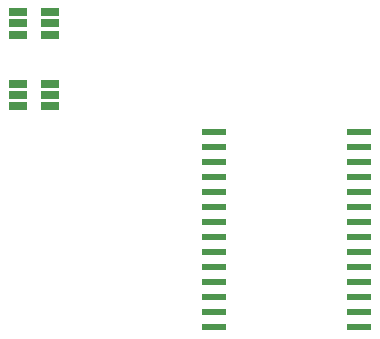
<source format=gbr>
%TF.GenerationSoftware,KiCad,Pcbnew,(5.1.10)-1*%
%TF.CreationDate,2021-09-20T13:18:37+02:00*%
%TF.ProjectId,SensibleRAM,53656e73-6962-46c6-9552-414d2e6b6963,rev?*%
%TF.SameCoordinates,Original*%
%TF.FileFunction,Paste,Top*%
%TF.FilePolarity,Positive*%
%FSLAX46Y46*%
G04 Gerber Fmt 4.6, Leading zero omitted, Abs format (unit mm)*
G04 Created by KiCad (PCBNEW (5.1.10)-1) date 2021-09-20 13:18:37*
%MOMM*%
%LPD*%
G01*
G04 APERTURE LIST*
%ADD10R,2.000000X0.600000*%
%ADD11R,1.560000X0.650000*%
G04 APERTURE END LIST*
D10*
%TO.C,U5*%
X157800000Y-108285000D03*
X157800000Y-109555000D03*
X157800000Y-110825000D03*
X157800000Y-112095000D03*
X157800000Y-113365000D03*
X157800000Y-114635000D03*
X157800000Y-115905000D03*
X157800000Y-117175000D03*
X157800000Y-118445000D03*
X157800000Y-119715000D03*
X157800000Y-120985000D03*
X157800000Y-122255000D03*
X157800000Y-123525000D03*
X157800000Y-124795000D03*
X170100000Y-124775000D03*
X170100000Y-123505000D03*
X170100000Y-122235000D03*
X170100000Y-120965000D03*
X170100000Y-119695000D03*
X170100000Y-118425000D03*
X170100000Y-117155000D03*
X170100000Y-115885000D03*
X170100000Y-114615000D03*
X170100000Y-113345000D03*
X170100000Y-112075000D03*
X170100000Y-110805000D03*
X170100000Y-109535000D03*
X170100000Y-108265000D03*
%TD*%
D11*
%TO.C,U3*%
X141260000Y-104170000D03*
X141260000Y-105120000D03*
X141260000Y-106070000D03*
X143960000Y-106070000D03*
X143960000Y-104170000D03*
X143960000Y-105120000D03*
%TD*%
%TO.C,U4*%
X143960000Y-99050000D03*
X143960000Y-98100000D03*
X143960000Y-100000000D03*
X141260000Y-100000000D03*
X141260000Y-99050000D03*
X141260000Y-98100000D03*
%TD*%
M02*

</source>
